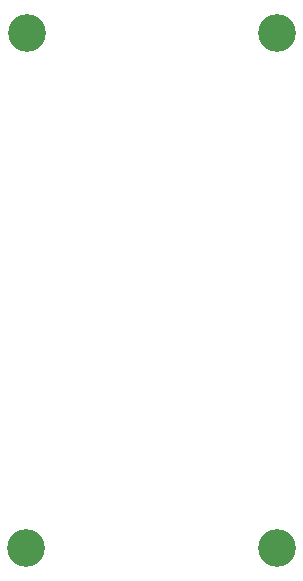
<source format=gbr>
%TF.GenerationSoftware,KiCad,Pcbnew,5.1.5+dfsg1-2~bpo10+1*%
%TF.CreationDate,Date%
%TF.ProjectId,PIS,5049532e-6b69-4636-9164-5f7063625858,rev?*%
%TF.SameCoordinates,Original*%
%TF.FileFunction,NonPlated,1,2,NPTH,Drill*%
%TF.FilePolarity,Positive*%
%FSLAX46Y46*%
G04 Gerber Fmt 4.6, Leading zero omitted, Abs format (unit mm)*
G04 Created by KiCad*
%MOMM*%
%LPD*%
G04 APERTURE LIST*
%TA.AperFunction,ComponentDrill*%
%ADD10C,3.200000*%
%TD*%
G04 APERTURE END LIST*
D10*
%TO.C,U1*%
X750000Y-4250000D03*
X800000Y39380000D03*
X22000000Y39380000D03*
X22000000Y-4250000D03*
M02*

</source>
